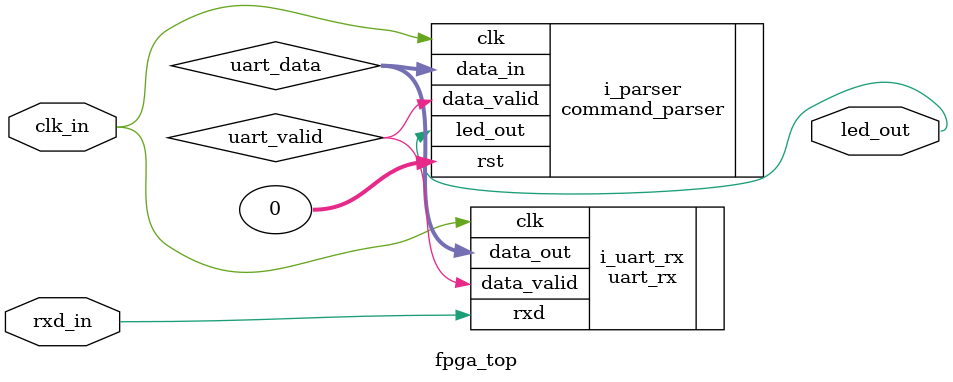
<source format=v>
module fpga_top(
    input clk_in,   // FPGA芯片的全局时钟输入
    input rxd_in,   // FPGA芯片的串口接收引脚
    output led_out  // FPGA芯片的LED输出引脚
    );
    
    // 声明“电线”(wire) 来连接两个模块
    wire [7:0] uart_data;  // 用于传输解析出的8位数据
    wire       uart_valid; // 用于传输 "数据有效" 信号
    
    // 实例化UART接收器
    // 就像在电路板上放一个 uart_rx 芯片
    uart_rx i_uart_rx (
        .clk        (clk_in),     // 把全局时钟连到 uart_rx 的 clk
        .rxd        (rxd_in),     // 把 rxd 引脚连到 uart_rx 的 rxd
        .data_out   (uart_data),  // uart_rx 的输出连到 "uart_data" 电线
        .data_valid (uart_valid)  // uart_rx 的输出连到 "uart_valid" 电线
    );
    
    // 实例化指令解析器
    // 就像在电路板上放一个 command_parser 芯片
    command_parser i_parser (
        .clk        (clk_in),     // 把全局时钟也连到 parser 的 clk
        .rst        (0),          // 简单起见，复位信号rst直接接地 (0)
        .data_in    (uart_data),  // "uart_data" 电线连到 parser 的输入
        .data_valid (uart_valid), // "uart_valid" 电线连到 parser 的输入
        .led_out    (led_out)     // parser 的输出连到 FPGA 的 led 引脚
    );
    
endmodule
</source>
